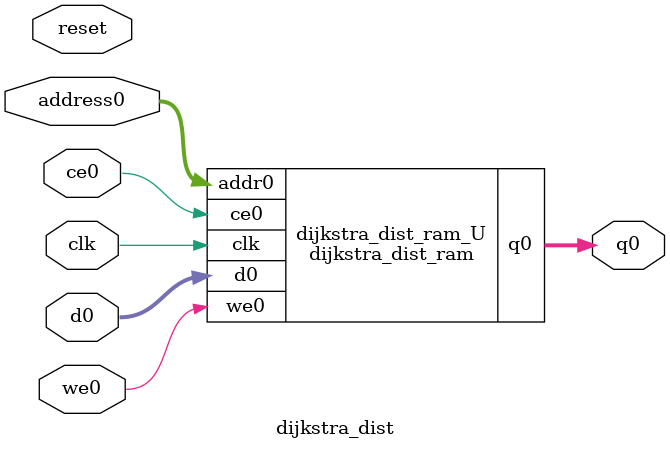
<source format=v>
`timescale 1 ns / 1 ps
module dijkstra_dist_ram (addr0, ce0, d0, we0, q0,  clk);

parameter DWIDTH = 32;
parameter AWIDTH = 4;
parameter MEM_SIZE = 9;

input[AWIDTH-1:0] addr0;
input ce0;
input[DWIDTH-1:0] d0;
input we0;
output reg[DWIDTH-1:0] q0;
input clk;

(* ram_style = "distributed" *)reg [DWIDTH-1:0] ram[0:MEM_SIZE-1];




always @(posedge clk)  
begin 
    if (ce0) 
    begin
        if (we0) 
        begin 
            ram[addr0] <= d0; 
        end 
        q0 <= ram[addr0];
    end
end


endmodule

`timescale 1 ns / 1 ps
module dijkstra_dist(
    reset,
    clk,
    address0,
    ce0,
    we0,
    d0,
    q0);

parameter DataWidth = 32'd32;
parameter AddressRange = 32'd9;
parameter AddressWidth = 32'd4;
input reset;
input clk;
input[AddressWidth - 1:0] address0;
input ce0;
input we0;
input[DataWidth - 1:0] d0;
output[DataWidth - 1:0] q0;



dijkstra_dist_ram dijkstra_dist_ram_U(
    .clk( clk ),
    .addr0( address0 ),
    .ce0( ce0 ),
    .we0( we0 ),
    .d0( d0 ),
    .q0( q0 ));

endmodule


</source>
